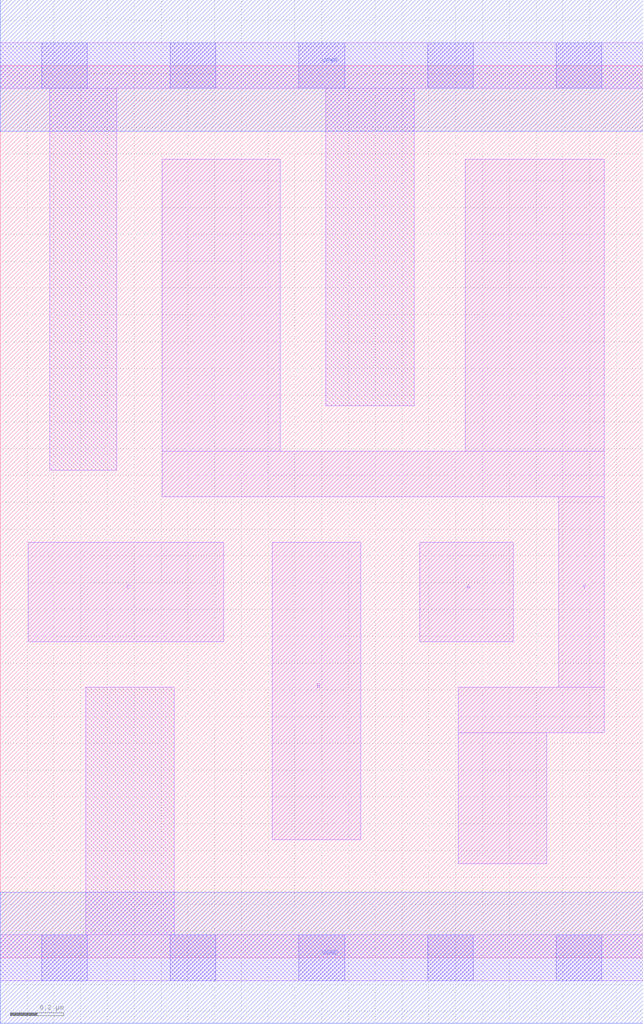
<source format=lef>
# Copyright 2020 The SkyWater PDK Authors
#
# Licensed under the Apache License, Version 2.0 (the "License");
# you may not use this file except in compliance with the License.
# You may obtain a copy of the License at
#
#     https://www.apache.org/licenses/LICENSE-2.0
#
# Unless required by applicable law or agreed to in writing, software
# distributed under the License is distributed on an "AS IS" BASIS,
# WITHOUT WARRANTIES OR CONDITIONS OF ANY KIND, either express or implied.
# See the License for the specific language governing permissions and
# limitations under the License.
#
# SPDX-License-Identifier: Apache-2.0

VERSION 5.7 ;
  NAMESCASESENSITIVE ON ;
  NOWIREEXTENSIONATPIN ON ;
  DIVIDERCHAR "/" ;
  BUSBITCHARS "[]" ;
UNITS
  DATABASE MICRONS 200 ;
END UNITS
MACRO sky130_fd_sc_ms__nand3_1
  CLASS CORE ;
  FOREIGN sky130_fd_sc_ms__nand3_1 ;
  ORIGIN  0.000000  0.000000 ;
  SIZE  2.400000 BY  3.330000 ;
  SYMMETRY X Y ;
  SITE unit ;
  PIN A
    ANTENNAGATEAREA  0.312600 ;
    DIRECTION INPUT ;
    USE SIGNAL ;
    PORT
      LAYER li1 ;
        RECT 1.565000 1.180000 1.915000 1.550000 ;
    END
  END A
  PIN B
    ANTENNAGATEAREA  0.312600 ;
    DIRECTION INPUT ;
    USE SIGNAL ;
    PORT
      LAYER li1 ;
        RECT 1.015000 0.440000 1.345000 1.550000 ;
    END
  END B
  PIN C
    ANTENNAGATEAREA  0.312600 ;
    DIRECTION INPUT ;
    USE SIGNAL ;
    PORT
      LAYER li1 ;
        RECT 0.105000 1.180000 0.835000 1.550000 ;
    END
  END C
  PIN Y
    ANTENNADIFFAREA  0.826900 ;
    DIRECTION OUTPUT ;
    USE SIGNAL ;
    PORT
      LAYER li1 ;
        RECT 0.605000 1.720000 2.255000 1.890000 ;
        RECT 0.605000 1.890000 1.045000 2.980000 ;
        RECT 1.710000 0.350000 2.040000 0.840000 ;
        RECT 1.710000 0.840000 2.255000 1.010000 ;
        RECT 1.735000 1.890000 2.255000 2.980000 ;
        RECT 2.085000 1.010000 2.255000 1.720000 ;
    END
  END Y
  PIN VGND
    DIRECTION INOUT ;
    USE GROUND ;
    PORT
      LAYER met1 ;
        RECT 0.000000 -0.245000 2.400000 0.245000 ;
    END
  END VGND
  PIN VPWR
    DIRECTION INOUT ;
    USE POWER ;
    PORT
      LAYER met1 ;
        RECT 0.000000 3.085000 2.400000 3.575000 ;
    END
  END VPWR
  OBS
    LAYER li1 ;
      RECT 0.000000 -0.085000 2.400000 0.085000 ;
      RECT 0.000000  3.245000 2.400000 3.415000 ;
      RECT 0.185000  1.820000 0.435000 3.245000 ;
      RECT 0.320000  0.085000 0.650000 1.010000 ;
      RECT 1.215000  2.060000 1.545000 3.245000 ;
    LAYER mcon ;
      RECT 0.155000 -0.085000 0.325000 0.085000 ;
      RECT 0.155000  3.245000 0.325000 3.415000 ;
      RECT 0.635000 -0.085000 0.805000 0.085000 ;
      RECT 0.635000  3.245000 0.805000 3.415000 ;
      RECT 1.115000 -0.085000 1.285000 0.085000 ;
      RECT 1.115000  3.245000 1.285000 3.415000 ;
      RECT 1.595000 -0.085000 1.765000 0.085000 ;
      RECT 1.595000  3.245000 1.765000 3.415000 ;
      RECT 2.075000 -0.085000 2.245000 0.085000 ;
      RECT 2.075000  3.245000 2.245000 3.415000 ;
  END
END sky130_fd_sc_ms__nand3_1
END LIBRARY

</source>
